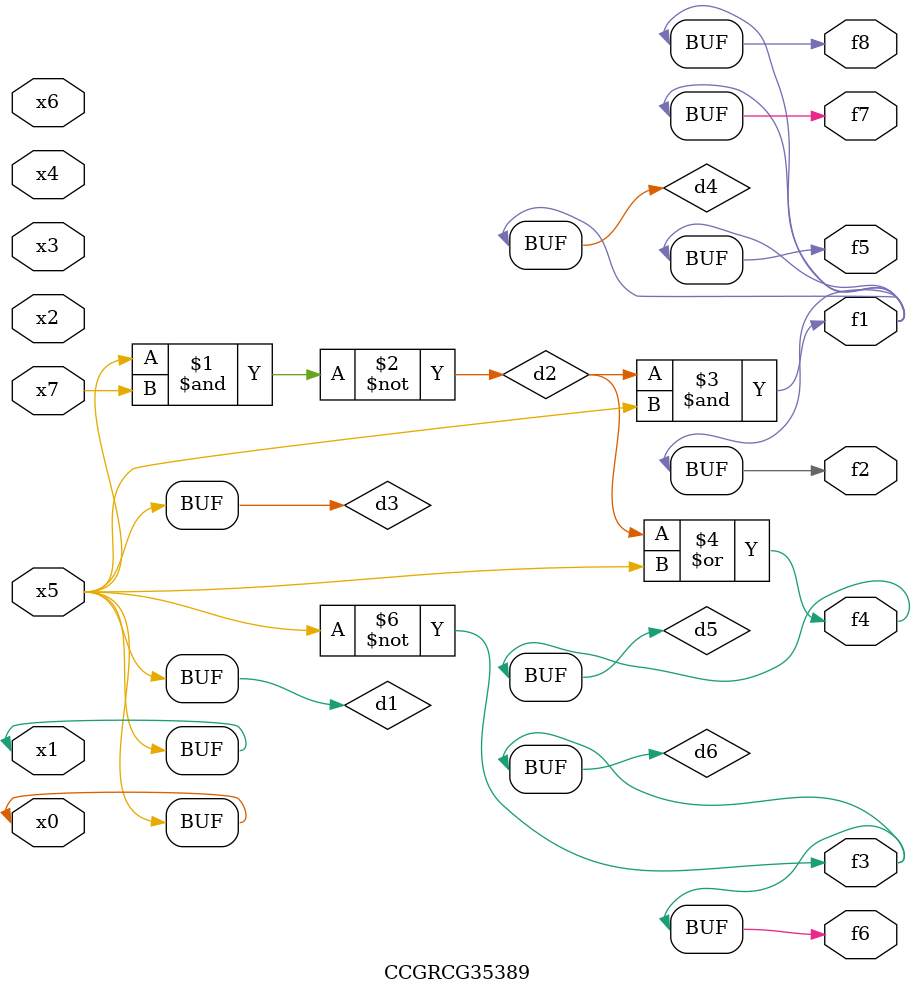
<source format=v>
module CCGRCG35389(
	input x0, x1, x2, x3, x4, x5, x6, x7,
	output f1, f2, f3, f4, f5, f6, f7, f8
);

	wire d1, d2, d3, d4, d5, d6;

	buf (d1, x0, x5);
	nand (d2, x5, x7);
	buf (d3, x0, x1);
	and (d4, d2, d3);
	or (d5, d2, d3);
	nor (d6, d1, d3);
	assign f1 = d4;
	assign f2 = d4;
	assign f3 = d6;
	assign f4 = d5;
	assign f5 = d4;
	assign f6 = d6;
	assign f7 = d4;
	assign f8 = d4;
endmodule

</source>
